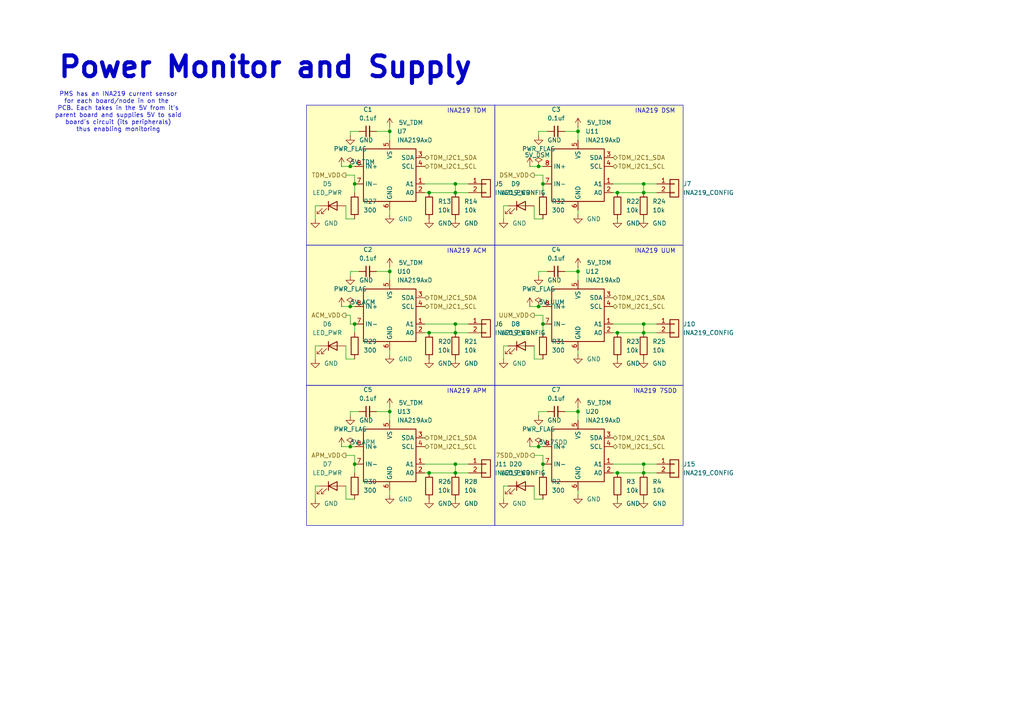
<source format=kicad_sch>
(kicad_sch (version 20250114) (generator "eeschema") (generator_version "9.0")
  (paper "A4")
  (title_block (date "2025-06") (rev "2"))
  (lib_symbols
    (symbol "Connector_Generic:Conn_01x02" (pin_names (offset 1.016) (hide yes))
      (property "Reference" "J" (at 0 2.54 0))
      (property "Value" "Conn_01x02" (at 0 -5.08 0))
      (symbol "Conn_01x02_1_1"
        (rectangle (start -1.27 1.27) (end 1.27 -3.81) (stroke (width 0.254)) (fill (type background)))
        (rectangle (start -1.27 0.127) (end 0 -0.127) (stroke (width 0.1524)))
        (rectangle (start -1.27 -2.413) (end 0 -2.667) (stroke (width 0.1524)))
        (pin passive line (at -5.08 0 0) (length 3.81) (name "Pin_1") (number "1"))
        (pin passive line (at -5.08 -2.54 0) (length 3.81) (name "Pin_2") (number "2"))
      )
    )
    (symbol "Device:C_Small" (pin_numbers (hide yes)) (pin_names (offset 0.254) (hide yes))
      (property "Reference" "C" (at 0.254 1.778 0))
      (property "Value" "C_Small" (at 0.254 -2.032 0))
      (symbol "C_Small_0_1"
        (polyline (pts (xy -1.524 0.508) (xy 1.524 0.508)) (stroke (width 0.3048)))
        (polyline (pts (xy -1.524 -0.508) (xy 1.524 -0.508)) (stroke (width 0.3302)))
      )
      (symbol "C_Small_1_1"
        (pin passive line (at 0 2.54 270) (length 2.032) (name "~") (number "1"))
        (pin passive line (at 0 -2.54 90) (length 2.032) (name "~") (number "2"))
      )
    )
    (symbol "Device:LED" (pin_numbers (hide yes)) (pin_names (offset 1.016) (hide yes))
      (property "Reference" "D" (at 0 2.54 0))
      (property "Value" "LED" (at 0 -2.54 0))
      (symbol "LED_0_1"
        (polyline (pts (xy -3.048 -0.762) (xy -4.572 -2.286) (xy -3.81 -2.286) (xy -4.572 -2.286) (xy -4.572 -1.524)))
        (polyline (pts (xy -1.778 -0.762) (xy -3.302 -2.286) (xy -2.54 -2.286) (xy -3.302 -2.286) (xy -3.302 -1.524)))
        (polyline (pts (xy -1.27 0) (xy 1.27 0)))
        (polyline (pts (xy -1.27 -1.27) (xy -1.27 1.27)) (stroke (width 0.254)))
        (polyline (pts (xy 1.27 -1.27) (xy 1.27 1.27) (xy -1.27 0) (xy 1.27 -1.27)) (stroke (width 0.254)))
      )
      (symbol "LED_1_1"
        (pin passive line (at -3.81 0 0) (length 2.54) (name "K") (number "1"))
        (pin passive line (at 3.81 0 180) (length 2.54) (name "A") (number "2"))
      )
    )
    (symbol "Device:R" (pin_numbers (hide yes)) (pin_names (offset 0))
      (property "Reference" "R" (at 2.032 0 90))
      (property "Value" "R" (at 0 0 90))
      (symbol "R_0_1"
        (rectangle (start -1.016 -2.54) (end 1.016 2.54) (stroke (width 0.254)))
      )
      (symbol "R_1_1"
        (pin passive line (at 0 3.81 270) (length 1.27) (name "~") (number "1"))
        (pin passive line (at 0 -3.81 90) (length 1.27) (name "~") (number "2"))
      )
    )
    (symbol "Sensor_Energy:INA219AxD"
      (property "Reference" "U" (at -6.35 8.89 0))
      (property "Value" "INA219AxD" (at 5.08 8.89 0))
      (symbol "INA219AxD_0_1"
        (rectangle (start -7.62 7.62) (end 7.62 -7.62) (stroke (width 0.254)) (fill (type background)))
      )
      (symbol "INA219AxD_1_1"
        (pin input line (at -10.16 2.54 0) (length 2.54) (name "IN+") (number "8"))
        (pin input line (at -10.16 -2.54 0) (length 2.54) (name "IN-") (number "7"))
        (pin power_in line (at 0 10.16 270) (length 2.54) (name "VS") (number "5"))
        (pin power_in line (at 0 -10.16 90) (length 2.54) (name "GND") (number "6"))
        (pin bidirectional line (at 10.16 5.08 180) (length 2.54) (name "SDA") (number "3"))
        (pin input line (at 10.16 2.54 180) (length 2.54) (name "SCL") (number "4"))
        (pin input line (at 10.16 -2.54 180) (length 2.54) (name "A1") (number "1"))
        (pin input line (at 10.16 -5.08 180) (length 2.54) (name "A0") (number "2"))
      )
    )
    (symbol "power:+5V" (power) (pin_numbers (hide yes)) (pin_names (offset 0) (hide yes))
      (property "Value" "+5V" (at 0 3.556 0))
      (symbol "+5V_0_1"
        (polyline (pts (xy -0.762 1.27) (xy 0 2.54)))
        (polyline (pts (xy 0 2.54) (xy 0.762 1.27)))
        (polyline (pts (xy 0 0) (xy 0 2.54)))
      )
      (symbol "+5V_1_1"
        (pin power_in line (at 0 0 90) (length 0) (name "~") (number "1"))
      )
    )
    (symbol "power:GND" (power) (pin_numbers (hide yes)) (pin_names (offset 0) (hide yes))
      (property "Value" "GND" (at 0 -3.81 0))
      (symbol "GND_0_1"
        (polyline (pts (xy 0 0) (xy 0 -1.27) (xy 1.27 -1.27) (xy 0 -2.54) (xy -1.27 -1.27) (xy 0 -1.27)))
      )
      (symbol "GND_1_1"
        (pin power_in line (at 0 0 270) (length 0) (name "~") (number "1"))
      )
    )
    (symbol "power:PWR_FLAG" (power) (pin_numbers (hide yes)) (pin_names (offset 0) (hide yes))
      (property "Value" "PWR_FLAG" (at 0 3.81 0))
      (symbol "PWR_FLAG_0_0"
        (pin power_out line (at 0 0 90) (length 0) (name "~") (number "1"))
      )
      (symbol "PWR_FLAG_0_1"
        (polyline (pts (xy 0 0) (xy 0 1.27) (xy -1.016 1.905) (xy 0 2.54) (xy 1.016 1.905) (xy 0 1.27)))
      )
    )
  )
  (rectangle (start 143.51 71.12) (end 198.12 111.76) (fill (type color) (color 255 255 194 1)))
  (rectangle (start 88.9 71.12) (end 143.51 111.76) (fill (type color) (color 255 255 194 1)))
  (rectangle (start 143.51 30.48) (end 198.12 71.12) (fill (type color) (color 255 255 194 1)))
  (rectangle (start 88.9 111.76) (end 143.51 152.4) (fill (type color) (color 255 255 194 1)))
  (rectangle (start 143.51 111.76) (end 198.12 152.4) (fill (type color) (color 255 255 194 1)))
  (rectangle (start 88.9 30.48) (end 143.51 71.12) (fill (type color) (color 255 255 194 1)))
  (text "PMS has an INA219 current sensor\nfor each board/node in on the \nPCB. Each takes in the 5V from it's\nparent board and supplies 5V to said\nboard's circuit (its peripherals)\nthus enabling monitoring" (at 34.29 32.512 0) (effects (font (size 1.27 1.27))))
  (text "INA219 ACM" (at 135.382 72.898 0) (effects (font (size 1.27 1.27))))
  (text "Power Monitor and Supply" (at 16.51 23.114 0) (effects (font (size 5.9944 5.9944) (thickness 1.1989) (bold yes)) (justify left bottom)))
  (text "INA219 UUM" (at 189.992 72.898 0) (effects (font (size 1.27 1.27))))
  (text "INA219 TDM" (at 135.382 32.258 0) (effects (font (size 1.27 1.27))))
  (text "INA219 APM" (at 135.382 113.538 0) (effects (font (size 1.27 1.27))))
  (text "INA219 DSM" (at 189.992 32.258 0) (effects (font (size 1.27 1.27))))
  (text "INA219 7SDD" (at 189.992 113.538 0) (effects (font (size 1.27 1.27))))
  (junction (at 186.69 93.98))
  (junction (at 167.64 119.38))
  (junction (at 132.08 93.98))
  (junction (at 157.48 53.34))
  (junction (at 157.48 93.98))
  (junction (at 186.69 53.34))
  (junction (at 113.03 119.38))
  (junction (at 124.46 96.52))
  (junction (at 124.46 137.16))
  (junction (at 101.6 129.54))
  (junction (at 156.21 88.9))
  (junction (at 132.08 96.52))
  (junction (at 124.46 55.88))
  (junction (at 186.69 137.16))
  (junction (at 167.64 38.1))
  (junction (at 167.64 78.74))
  (junction (at 156.21 48.26))
  (junction (at 132.08 55.88))
  (junction (at 179.07 96.52))
  (junction (at 157.48 134.62))
  (junction (at 186.69 96.52))
  (junction (at 179.07 137.16))
  (junction (at 132.08 137.16))
  (junction (at 113.03 78.74))
  (junction (at 186.69 55.88))
  (junction (at 102.87 53.34))
  (junction (at 102.87 134.62))
  (junction (at 186.69 134.62))
  (junction (at 179.07 55.88))
  (junction (at 101.6 88.9))
  (junction (at 101.6 48.26))
  (junction (at 132.08 134.62))
  (junction (at 102.87 93.98))
  (junction (at 113.03 38.1))
  (junction (at 156.21 129.54))
  (junction (at 132.08 53.34))
  (wire (pts (xy 186.69 134.62) (xy 186.69 137.16)))
  (wire (pts (xy 167.64 38.1) (xy 167.64 40.64)))
  (wire (pts (xy 132.08 53.34) (xy 132.08 55.88)))
  (wire (pts (xy 186.69 93.98) (xy 190.5 93.98)))
  (wire (pts (xy 132.08 93.98) (xy 132.08 96.52)))
  (wire (pts (xy 156.21 80.01) (xy 156.21 78.74)))
  (wire (pts (xy 102.87 96.52) (xy 102.87 93.98)))
  (wire (pts (xy 153.67 48.26) (xy 156.21 48.26)))
  (wire (pts (xy 157.48 132.08) (xy 157.48 134.62)))
  (wire (pts (xy 163.83 78.74) (xy 167.64 78.74)))
  (wire (pts (xy 177.8 55.88) (xy 179.07 55.88)))
  (wire (pts (xy 102.87 132.08) (xy 102.87 134.62)))
  (wire (pts (xy 154.94 59.69) (xy 154.94 63.5)))
  (wire (pts (xy 100.33 144.78) (xy 102.87 144.78)))
  (wire (pts (xy 146.05 144.78) (xy 146.05 140.97)))
  (wire (pts (xy 167.64 101.6) (xy 167.64 102.87)))
  (wire (pts (xy 132.08 134.62) (xy 132.08 137.16)))
  (wire (pts (xy 167.64 77.47) (xy 167.64 78.74)))
  (wire (pts (xy 156.21 129.54) (xy 157.48 129.54)))
  (wire (pts (xy 167.64 142.24) (xy 167.64 143.51)))
  (wire (pts (xy 146.05 59.69) (xy 147.32 59.69)))
  (wire (pts (xy 132.08 55.88) (xy 135.89 55.88)))
  (wire (pts (xy 91.44 104.14) (xy 91.44 100.33)))
  (wire (pts (xy 99.06 48.26) (xy 101.6 48.26)))
  (wire (pts (xy 132.08 96.52) (xy 135.89 96.52)))
  (wire (pts (xy 101.6 129.54) (xy 102.87 129.54)))
  (wire (pts (xy 101.6 39.37) (xy 101.6 38.1)))
  (wire (pts (xy 167.64 60.96) (xy 167.64 62.23)))
  (wire (pts (xy 113.03 38.1) (xy 113.03 40.64)))
  (wire (pts (xy 123.19 134.62) (xy 132.08 134.62)))
  (wire (pts (xy 123.19 137.16) (xy 124.46 137.16)))
  (wire (pts (xy 179.07 96.52) (xy 186.69 96.52)))
  (wire (pts (xy 146.05 63.5) (xy 146.05 59.69)))
  (wire (pts (xy 157.48 91.44) (xy 157.48 93.98)))
  (wire (pts (xy 100.33 63.5) (xy 102.87 63.5)))
  (wire (pts (xy 154.94 63.5) (xy 157.48 63.5)))
  (wire (pts (xy 123.19 93.98) (xy 132.08 93.98)))
  (wire (pts (xy 132.08 134.62) (xy 135.89 134.62)))
  (wire (pts (xy 154.94 50.8) (xy 157.48 50.8)))
  (wire (pts (xy 99.06 88.9) (xy 101.6 88.9)))
  (wire (pts (xy 167.64 118.11) (xy 167.64 119.38)))
  (wire (pts (xy 177.8 137.16) (xy 179.07 137.16)))
  (wire (pts (xy 113.03 101.6) (xy 113.03 102.87)))
  (wire (pts (xy 123.19 96.52) (xy 124.46 96.52)))
  (wire (pts (xy 100.33 140.97) (xy 100.33 144.78)))
  (wire (pts (xy 186.69 53.34) (xy 186.69 55.88)))
  (wire (pts (xy 163.83 119.38) (xy 167.64 119.38)))
  (wire (pts (xy 154.94 104.14) (xy 157.48 104.14)))
  (wire (pts (xy 102.87 55.88) (xy 102.87 53.34)))
  (wire (pts (xy 102.87 137.16) (xy 102.87 134.62)))
  (wire (pts (xy 101.6 48.26) (xy 102.87 48.26)))
  (wire (pts (xy 91.44 100.33) (xy 92.71 100.33)))
  (wire (pts (xy 101.6 80.01) (xy 101.6 78.74)))
  (wire (pts (xy 177.8 53.34) (xy 186.69 53.34)))
  (wire (pts (xy 100.33 104.14) (xy 102.87 104.14)))
  (wire (pts (xy 154.94 132.08) (xy 157.48 132.08)))
  (wire (pts (xy 99.06 129.54) (xy 101.6 129.54)))
  (wire (pts (xy 156.21 39.37) (xy 156.21 38.1)))
  (wire (pts (xy 146.05 104.14) (xy 146.05 100.33)))
  (wire (pts (xy 154.94 140.97) (xy 154.94 144.78)))
  (wire (pts (xy 154.94 91.44) (xy 157.48 91.44)))
  (wire (pts (xy 113.03 142.24) (xy 113.03 143.51)))
  (wire (pts (xy 100.33 50.8) (xy 102.87 50.8)))
  (wire (pts (xy 113.03 118.11) (xy 113.03 119.38)))
  (wire (pts (xy 177.8 93.98) (xy 186.69 93.98)))
  (wire (pts (xy 157.48 55.88) (xy 157.48 53.34)))
  (wire (pts (xy 157.48 96.52) (xy 157.48 93.98)))
  (wire (pts (xy 109.22 38.1) (xy 113.03 38.1)))
  (wire (pts (xy 154.94 100.33) (xy 154.94 104.14)))
  (wire (pts (xy 167.64 119.38) (xy 167.64 121.92)))
  (wire (pts (xy 177.8 96.52) (xy 179.07 96.52)))
  (wire (pts (xy 156.21 78.74) (xy 158.75 78.74)))
  (wire (pts (xy 113.03 36.83) (xy 113.03 38.1)))
  (wire (pts (xy 124.46 137.16) (xy 132.08 137.16)))
  (wire (pts (xy 101.6 119.38) (xy 104.14 119.38)))
  (wire (pts (xy 101.6 88.9) (xy 102.87 88.9)))
  (wire (pts (xy 100.33 91.44) (xy 101.6 91.44)))
  (wire (pts (xy 156.21 48.26) (xy 157.48 48.26)))
  (wire (pts (xy 100.33 100.33) (xy 100.33 104.14)))
  (wire (pts (xy 102.87 132.08) (xy 100.33 132.08)))
  (wire (pts (xy 186.69 53.34) (xy 190.5 53.34)))
  (wire (pts (xy 102.87 50.8) (xy 102.87 53.34)))
  (wire (pts (xy 156.21 38.1) (xy 158.75 38.1)))
  (wire (pts (xy 186.69 93.98) (xy 186.69 96.52)))
  (wire (pts (xy 177.8 134.62) (xy 186.69 134.62)))
  (wire (pts (xy 113.03 119.38) (xy 113.03 121.92)))
  (wire (pts (xy 124.46 96.52) (xy 132.08 96.52)))
  (wire (pts (xy 124.46 55.88) (xy 132.08 55.88)))
  (wire (pts (xy 146.05 100.33) (xy 147.32 100.33)))
  (wire (pts (xy 101.6 91.44) (xy 101.6 93.98)))
  (wire (pts (xy 91.44 140.97) (xy 92.71 140.97)))
  (wire (pts (xy 153.67 129.54) (xy 156.21 129.54)))
  (wire (pts (xy 101.6 93.98) (xy 102.87 93.98)))
  (wire (pts (xy 179.07 137.16) (xy 186.69 137.16)))
  (wire (pts (xy 186.69 134.62) (xy 190.5 134.62)))
  (wire (pts (xy 153.67 88.9) (xy 156.21 88.9)))
  (wire (pts (xy 91.44 59.69) (xy 92.71 59.69)))
  (wire (pts (xy 101.6 120.65) (xy 101.6 119.38)))
  (wire (pts (xy 113.03 60.96) (xy 113.03 62.23)))
  (wire (pts (xy 101.6 78.74) (xy 104.14 78.74)))
  (wire (pts (xy 132.08 137.16) (xy 135.89 137.16)))
  (wire (pts (xy 163.83 38.1) (xy 167.64 38.1)))
  (wire (pts (xy 186.69 55.88) (xy 190.5 55.88)))
  (wire (pts (xy 156.21 88.9) (xy 157.48 88.9)))
  (wire (pts (xy 186.69 96.52) (xy 190.5 96.52)))
  (wire (pts (xy 179.07 55.88) (xy 186.69 55.88)))
  (wire (pts (xy 132.08 53.34) (xy 135.89 53.34)))
  (wire (pts (xy 91.44 63.5) (xy 91.44 59.69)))
  (wire (pts (xy 101.6 38.1) (xy 104.14 38.1)))
  (wire (pts (xy 91.44 144.78) (xy 91.44 140.97)))
  (wire (pts (xy 167.64 78.74) (xy 167.64 81.28)))
  (wire (pts (xy 156.21 119.38) (xy 158.75 119.38)))
  (wire (pts (xy 186.69 137.16) (xy 190.5 137.16)))
  (wire (pts (xy 132.08 93.98) (xy 135.89 93.98)))
  (wire (pts (xy 109.22 78.74) (xy 113.03 78.74)))
  (wire (pts (xy 123.19 55.88) (xy 124.46 55.88)))
  (wire (pts (xy 109.22 119.38) (xy 113.03 119.38)))
  (wire (pts (xy 146.05 140.97) (xy 147.32 140.97)))
  (wire (pts (xy 156.21 120.65) (xy 156.21 119.38)))
  (wire (pts (xy 167.64 36.83) (xy 167.64 38.1)))
  (wire (pts (xy 154.94 144.78) (xy 157.48 144.78)))
  (wire (pts (xy 123.19 53.34) (xy 132.08 53.34)))
  (wire (pts (xy 113.03 78.74) (xy 113.03 81.28)))
  (wire (pts (xy 157.48 50.8) (xy 157.48 53.34)))
  (wire (pts (xy 157.48 137.16) (xy 157.48 134.62)))
  (wire (pts (xy 113.03 77.47) (xy 113.03 78.74)))
  (wire (pts (xy 100.33 59.69) (xy 100.33 63.5)))
  (hierarchical_label "TDM_I2C1_SCL" (shape bidirectional) (at 177.8 88.9 0))
  (hierarchical_label "TDM_I2C1_SDA" (shape bidirectional) (at 177.8 86.36 0))
  (hierarchical_label "TDM_I2C1_SCL" (shape bidirectional) (at 123.19 129.54 0))
  (hierarchical_label "DSM_VDD" (shape output) (at 154.94 50.8 180))
  (hierarchical_label "TDM_I2C1_SCL" (shape bidirectional) (at 177.8 48.26 0))
  (hierarchical_label "UUM_VDD" (shape output) (at 154.94 91.44 180))
  (hierarchical_label "TDM_I2C1_SDA" (shape bidirectional) (at 123.19 86.36 0))
  (hierarchical_label "TDM_I2C1_SCL" (shape bidirectional) (at 123.19 88.9 0))
  (hierarchical_label "TDM_I2C1_SDA" (shape bidirectional) (at 177.8 127 0))
  (hierarchical_label "TDM_VDD" (shape output) (at 100.33 50.8 180))
  (hierarchical_label "TDM_I2C1_SDA" (shape bidirectional) (at 123.19 45.72 0))
  (hierarchical_label "7SDD_VDD" (shape output) (at 154.94 132.08 180))
  (hierarchical_label "APM_VDD" (shape output) (at 100.33 132.08 180))
  (hierarchical_label "ACM_VDD" (shape output) (at 100.33 91.44 180))
  (hierarchical_label "TDM_I2C1_SCL" (shape bidirectional) (at 177.8 129.54 0))
  (hierarchical_label "TDM_I2C1_SCL" (shape bidirectional) (at 123.19 48.26 0))
  (hierarchical_label "TDM_I2C1_SDA" (shape bidirectional) (at 123.19 127 0))
  (hierarchical_label "TDM_I2C1_SDA" (shape bidirectional) (at 177.8 45.72 0))
  (symbol (lib_id "Device:LED") (at 151.13 140.97 0) (unit 1)
    (property "Reference" "D20" (at 149.5425 134.62 0))
    (property "Value" "LED_PWR" (at 149.5425 137.16 0))
    (property "Footprint" "LED_SMD:LED_0603_1608Metric" (effects (hide yes)))
    (property "Description" "Light emitting diode" (effects (hide yes)))
    (property "Sim.Pins" "1=K 2=A" (effects (hide yes)))
  )
  (symbol (lib_id "Connector_Generic:Conn_01x02") (at 195.58 134.62 0) (unit 1)
    (property "Reference" "J15" (at 198.12 134.6199 0) (effects (justify left)))
    (property "Value" "INA219_CONFIG" (at 198.12 137.1599 0) (effects (justify left)))
    (property "Footprint" "Connector_PinHeader_1.00mm:PinHeader_1x02_P1.00mm_Horizontal" (effects (hide yes)))
    (property "Description" "Generic connector, single row, 01x02, script generated (kicad-library-utils/schlib/autogen/connector/)" (effects (hide yes)))
  )
  (symbol (lib_id "Sensor_Energy:INA219AxD") (at 113.03 91.44 0) (unit 1)
    (property "Reference" "U10" (at 115.1733 78.74 0) (effects (justify left)))
    (property "Value" "INA219AxD" (at 115.1733 81.28 0) (effects (justify left)))
    (property "Footprint" "Package_SO:SOIC-8_3.9x4.9mm_P1.27mm" (effects (hide yes)))
    (property "Datasheet" "http://www.ti.com/lit/ds/symlink/ina219.pdf" (effects (hide yes)))
    (property "Description" "Zero-Drift, Bidirectional Current/Power Monitor (0-26V) With I2C Interface, SOIC-8" (effects (hide yes)))
  )
  (symbol (lib_id "power:GND") (at 91.44 63.5 0) (unit 1)
    (property "Reference" "#PWR074" (effects (hide yes)))
    (property "Value" "GND" (at 93.98 64.7699 0) (effects (justify left)))
    (property "Description" "Power symbol creates a global label with name \"GND\" , ground" (effects (hide yes)))
  )
  (symbol (lib_id "power:GND") (at 132.08 144.78 0) (unit 1)
    (property "Reference" "#PWR078" (effects (hide yes)))
    (property "Value" "GND" (at 134.62 146.0499 0) (effects (justify left)))
    (property "Description" "Power symbol creates a global label with name \"GND\" , ground" (effects (hide yes)))
  )
  (symbol (lib_id "Device:LED") (at 96.52 140.97 0) (unit 1)
    (property "Reference" "D7" (at 94.9325 134.62 0))
    (property "Value" "LED_PWR" (at 94.9325 137.16 0))
    (property "Footprint" "LED_SMD:LED_0603_1608Metric" (effects (hide yes)))
    (property "Description" "Light emitting diode" (effects (hide yes)))
    (property "Sim.Pins" "1=K 2=A" (effects (hide yes)))
  )
  (symbol (lib_id "Connector_Generic:Conn_01x02") (at 140.97 53.34 0) (unit 1)
    (property "Reference" "J5" (at 143.51 53.3399 0) (effects (justify left)))
    (property "Value" "INA219_CONFIG" (at 143.51 55.8799 0) (effects (justify left)))
    (property "Footprint" "Connector_PinHeader_1.00mm:PinHeader_1x02_P1.00mm_Horizontal" (effects (hide yes)))
    (property "Description" "Generic connector, single row, 01x02, script generated (kicad-library-utils/schlib/autogen/connector/)" (effects (hide yes)))
  )
  (symbol (lib_id "power:GND") (at 146.05 63.5 0) (unit 1)
    (property "Reference" "#PWR080" (effects (hide yes)))
    (property "Value" "GND" (at 148.59 64.7699 0) (effects (justify left)))
    (property "Description" "Power symbol creates a global label with name \"GND\" , ground" (effects (hide yes)))
  )
  (symbol (lib_id "Device:R") (at 179.07 140.97 180) (unit 1)
    (property "Reference" "R3" (at 181.61 139.6999 0) (effects (justify right)))
    (property "Value" "10k" (at 181.61 142.2399 0) (effects (justify right)))
    (property "Footprint" "Resistor_SMD:R_0805_2012Metric_Pad1.20x1.40mm_HandSolder" (effects (hide yes)))
    (property "Description" "Resistor" (effects (hide yes)))
    (property "DigiKey_Part_Number" "311-10.0KCRCT-ND" (effects (hide yes)))
    (property "Price" "0.0129" (effects (hide yes)))
  )
  (symbol (lib_id "power:+5V") (at 99.06 88.9 0) (unit 1)
    (property "Reference" "#PWR040" (effects (hide yes)))
    (property "Value" "5V_ACM" (at 101.6 87.6299 0) (effects (justify left)))
    (property "Description" "Power symbol creates a global label with name \"+5V\"" (effects (hide yes)))
  )
  (symbol (lib_id "Device:R") (at 157.48 140.97 180) (unit 1)
    (property "Reference" "R2" (at 160.02 139.6999 0) (effects (justify right)))
    (property "Value" "300" (at 160.02 142.2399 0) (effects (justify right)))
    (property "Footprint" "Resistor_SMD:R_0805_2012Metric_Pad1.20x1.40mm_HandSolder" (effects (hide yes)))
    (property "Description" "Resistor" (effects (hide yes)))
    (property "DigiKey_Part_Number" "311-10.0KCRCT-ND" (effects (hide yes)))
    (property "Price" "0.0129" (effects (hide yes)))
  )
  (symbol (lib_id "Device:R") (at 186.69 100.33 180) (unit 1)
    (property "Reference" "R25" (at 189.23 99.0599 0) (effects (justify right)))
    (property "Value" "10k" (at 189.23 101.5999 0) (effects (justify right)))
    (property "Footprint" "Resistor_SMD:R_0805_2012Metric_Pad1.20x1.40mm_HandSolder" (effects (hide yes)))
    (property "Description" "Resistor" (effects (hide yes)))
    (property "DigiKey_Part_Number" "311-10.0KCRCT-ND" (effects (hide yes)))
    (property "Price" "0.0129" (effects (hide yes)))
  )
  (symbol (lib_id "power:+5V") (at 113.03 77.47 0) (unit 1)
    (property "Reference" "#PWR048" (effects (hide yes)))
    (property "Value" "5V_TDM" (at 115.57 76.1999 0) (effects (justify left)))
    (property "Description" "Power symbol creates a global label with name \"+5V\"" (effects (hide yes)))
  )
  (symbol (lib_id "Device:LED") (at 151.13 100.33 0) (unit 1)
    (property "Reference" "D8" (at 149.5425 93.98 0))
    (property "Value" "LED_PWR" (at 149.5425 96.52 0))
    (property "Footprint" "LED_SMD:LED_0603_1608Metric" (effects (hide yes)))
    (property "Description" "Light emitting diode" (effects (hide yes)))
    (property "Sim.Pins" "1=K 2=A" (effects (hide yes)))
  )
  (symbol (lib_id "Device:LED") (at 96.52 100.33 0) (unit 1)
    (property "Reference" "D6" (at 94.9325 93.98 0))
    (property "Value" "LED_PWR" (at 94.9325 96.52 0))
    (property "Footprint" "LED_SMD:LED_0603_1608Metric" (effects (hide yes)))
    (property "Description" "Light emitting diode" (effects (hide yes)))
    (property "Sim.Pins" "1=K 2=A" (effects (hide yes)))
  )
  (symbol (lib_id "power:PWR_FLAG") (at 156.21 48.26 0) (unit 1)
    (property "Reference" "#FLG011" (effects (hide yes)))
    (property "Value" "PWR_FLAG" (at 156.21 43.18 0))
    (property "Description" "Special symbol for telling ERC where power comes from" (effects (hide yes)))
  )
  (symbol (lib_id "Sensor_Energy:INA219AxD") (at 167.64 91.44 0) (unit 1)
    (property "Reference" "U12" (at 169.7833 78.74 0) (effects (justify left)))
    (property "Value" "INA219AxD" (at 169.7833 81.28 0) (effects (justify left)))
    (property "Footprint" "Package_SO:SOIC-8_3.9x4.9mm_P1.27mm" (effects (hide yes)))
    (property "Datasheet" "http://www.ti.com/lit/ds/symlink/ina219.pdf" (effects (hide yes)))
    (property "Description" "Zero-Drift, Bidirectional Current/Power Monitor (0-26V) With I2C Interface, SOIC-8" (effects (hide yes)))
  )
  (symbol (lib_id "power:+5V") (at 167.64 36.83 0) (unit 1)
    (property "Reference" "#PWR052" (effects (hide yes)))
    (property "Value" "5V_TDM" (at 170.18 35.5599 0) (effects (justify left)))
    (property "Description" "Power symbol creates a global label with name \"+5V\"" (effects (hide yes)))
  )
  (symbol (lib_id "Device:C_Small") (at 161.29 38.1 90) (unit 1)
    (property "Reference" "C3" (at 161.2963 31.75 90))
    (property "Value" "0.1uf" (at 161.2963 34.29 90))
    (property "Footprint" "Capacitor_SMD:C_0805_2012Metric" (effects (hide yes)))
    (property "Description" "Unpolarized capacitor, small symbol" (effects (hide yes)))
  )
  (symbol (lib_id "Sensor_Energy:INA219AxD") (at 167.64 132.08 0) (unit 1)
    (property "Reference" "U20" (at 169.7833 119.38 0) (effects (justify left)))
    (property "Value" "INA219AxD" (at 169.7833 121.92 0) (effects (justify left)))
    (property "Footprint" "Package_SO:SOIC-8_3.9x4.9mm_P1.27mm" (effects (hide yes)))
    (property "Datasheet" "http://www.ti.com/lit/ds/symlink/ina219.pdf" (effects (hide yes)))
    (property "Description" "Zero-Drift, Bidirectional Current/Power Monitor (0-26V) With I2C Interface, SOIC-8" (effects (hide yes)))
  )
  (symbol (lib_id "Connector_Generic:Conn_01x02") (at 140.97 134.62 0) (unit 1)
    (property "Reference" "J11" (at 143.51 134.6199 0) (effects (justify left)))
    (property "Value" "INA219_CONFIG" (at 143.51 137.1599 0) (effects (justify left)))
    (property "Footprint" "Connector_PinHeader_1.00mm:PinHeader_1x02_P1.00mm_Horizontal" (effects (hide yes)))
    (property "Description" "Generic connector, single row, 01x02, script generated (kicad-library-utils/schlib/autogen/connector/)" (effects (hide yes)))
  )
  (symbol (lib_id "power:+5V") (at 153.67 129.54 0) (unit 1)
    (property "Reference" "#PWR016" (effects (hide yes)))
    (property "Value" "5V_7SDD" (at 156.21 128.2699 0) (effects (justify left)))
    (property "Description" "Power symbol creates a global label with name \"+5V\"" (effects (hide yes)))
  )
  (symbol (lib_id "power:GND") (at 132.08 63.5 0) (unit 1)
    (property "Reference" "#PWR057" (effects (hide yes)))
    (property "Value" "GND" (at 134.62 64.7699 0) (effects (justify left)))
    (property "Description" "Power symbol creates a global label with name \"GND\" , ground" (effects (hide yes)))
  )
  (symbol (lib_id "power:GND") (at 156.21 120.65 0) (unit 1)
    (property "Reference" "#PWR017" (effects (hide yes)))
    (property "Value" "GND" (at 158.75 121.9199 0) (effects (justify left)))
    (property "Description" "Power symbol creates a global label with name \"GND\" , ground" (effects (hide yes)))
  )
  (symbol (lib_id "Sensor_Energy:INA219AxD") (at 167.64 50.8 0) (unit 1)
    (property "Reference" "U11" (at 169.7833 38.1 0) (effects (justify left)))
    (property "Value" "INA219AxD" (at 169.7833 40.64 0) (effects (justify left)))
    (property "Footprint" "Package_SO:SOIC-8_3.9x4.9mm_P1.27mm" (effects (hide yes)))
    (property "Datasheet" "http://www.ti.com/lit/ds/symlink/ina219.pdf" (effects (hide yes)))
    (property "Description" "Zero-Drift, Bidirectional Current/Power Monitor (0-26V) With I2C Interface, SOIC-8" (effects (hide yes)))
  )
  (symbol (lib_id "power:GND") (at 132.08 104.14 0) (unit 1)
    (property "Reference" "#PWR061" (effects (hide yes)))
    (property "Value" "GND" (at 134.62 105.4099 0) (effects (justify left)))
    (property "Description" "Power symbol creates a global label with name \"GND\" , ground" (effects (hide yes)))
  )
  (symbol (lib_id "power:PWR_FLAG") (at 101.6 48.26 0) (unit 1)
    (property "Reference" "#FLG010" (effects (hide yes)))
    (property "Value" "PWR_FLAG" (at 101.6 43.18 0))
    (property "Description" "Special symbol for telling ERC where power comes from" (effects (hide yes)))
  )
  (symbol (lib_id "Connector_Generic:Conn_01x02") (at 195.58 53.34 0) (unit 1)
    (property "Reference" "J7" (at 198.12 53.3399 0) (effects (justify left)))
    (property "Value" "INA219_CONFIG" (at 198.12 55.8799 0) (effects (justify left)))
    (property "Footprint" "Connector_PinHeader_1.00mm:PinHeader_1x02_P1.00mm_Horizontal" (effects (hide yes)))
    (property "Description" "Generic connector, single row, 01x02, script generated (kicad-library-utils/schlib/autogen/connector/)" (effects (hide yes)))
  )
  (symbol (lib_id "power:GND") (at 179.07 144.78 0) (unit 1)
    (property "Reference" "#PWR020" (effects (hide yes)))
    (property "Value" "GND" (at 181.61 146.0499 0) (effects (justify left)))
    (property "Description" "Power symbol creates a global label with name \"GND\" , ground" (effects (hide yes)))
  )
  (symbol (lib_id "Device:R") (at 157.48 100.33 180) (unit 1)
    (property "Reference" "R31" (at 160.02 99.0599 0) (effects (justify right)))
    (property "Value" "300" (at 160.02 101.5999 0) (effects (justify right)))
    (property "Footprint" "Resistor_SMD:R_0805_2012Metric_Pad1.20x1.40mm_HandSolder" (effects (hide yes)))
    (property "Description" "Resistor" (effects (hide yes)))
    (property "DigiKey_Part_Number" "311-10.0KCRCT-ND" (effects (hide yes)))
    (property "Price" "0.0129" (effects (hide yes)))
  )
  (symbol (lib_id "power:GND") (at 124.46 144.78 0) (unit 1)
    (property "Reference" "#PWR076" (effects (hide yes)))
    (property "Value" "GND" (at 127 146.0499 0) (effects (justify left)))
    (property "Description" "Power symbol creates a global label with name \"GND\" , ground" (effects (hide yes)))
  )
  (symbol (lib_id "Device:R") (at 157.48 59.69 180) (unit 1)
    (property "Reference" "R32" (at 160.02 58.4199 0) (effects (justify right)))
    (property "Value" "300" (at 160.02 60.9599 0) (effects (justify right)))
    (property "Footprint" "Resistor_SMD:R_0805_2012Metric_Pad1.20x1.40mm_HandSolder" (effects (hide yes)))
    (property "Description" "Resistor" (effects (hide yes)))
    (property "DigiKey_Part_Number" "311-10.0KCRCT-ND" (effects (hide yes)))
    (property "Price" "0.0129" (effects (hide yes)))
  )
  (symbol (lib_id "power:GND") (at 167.64 62.23 0) (unit 1)
    (property "Reference" "#PWR053" (effects (hide yes)))
    (property "Value" "GND" (at 170.18 63.4999 0) (effects (justify left)))
    (property "Description" "Power symbol creates a global label with name \"GND\" , ground" (effects (hide yes)))
  )
  (symbol (lib_id "Device:R") (at 132.08 140.97 180) (unit 1)
    (property "Reference" "R28" (at 134.62 139.6999 0) (effects (justify right)))
    (property "Value" "10k" (at 134.62 142.2399 0) (effects (justify right)))
    (property "Footprint" "Resistor_SMD:R_0805_2012Metric_Pad1.20x1.40mm_HandSolder" (effects (hide yes)))
    (property "Description" "Resistor" (effects (hide yes)))
    (property "DigiKey_Part_Number" "311-10.0KCRCT-ND" (effects (hide yes)))
    (property "Price" "0.0129" (effects (hide yes)))
  )
  (symbol (lib_id "power:GND") (at 156.21 80.01 0) (unit 1)
    (property "Reference" "#PWR063" (effects (hide yes)))
    (property "Value" "GND" (at 158.75 81.2799 0) (effects (justify left)))
    (property "Description" "Power symbol creates a global label with name \"GND\" , ground" (effects (hide yes)))
  )
  (symbol (lib_id "power:PWR_FLAG") (at 101.6 129.54 0) (unit 1)
    (property "Reference" "#FLG012" (effects (hide yes)))
    (property "Value" "PWR_FLAG" (at 101.6 124.46 0))
    (property "Description" "Special symbol for telling ERC where power comes from" (effects (hide yes)))
  )
  (symbol (lib_id "power:GND") (at 91.44 144.78 0) (unit 1)
    (property "Reference" "#PWR077" (effects (hide yes)))
    (property "Value" "GND" (at 93.98 146.0499 0) (effects (justify left)))
    (property "Description" "Power symbol creates a global label with name \"GND\" , ground" (effects (hide yes)))
  )
  (symbol (lib_id "Device:R") (at 102.87 100.33 180) (unit 1)
    (property "Reference" "R29" (at 105.41 99.0599 0) (effects (justify right)))
    (property "Value" "300" (at 105.41 101.5999 0) (effects (justify right)))
    (property "Footprint" "Resistor_SMD:R_0805_2012Metric_Pad1.20x1.40mm_HandSolder" (effects (hide yes)))
    (property "Description" "Resistor" (effects (hide yes)))
    (property "DigiKey_Part_Number" "311-10.0KCRCT-ND" (effects (hide yes)))
    (property "Price" "0.0129" (effects (hide yes)))
  )
  (symbol (lib_id "power:GND") (at 146.05 104.14 0) (unit 1)
    (property "Reference" "#PWR079" (effects (hide yes)))
    (property "Value" "GND" (at 148.59 105.4099 0) (effects (justify left)))
    (property "Description" "Power symbol creates a global label with name \"GND\" , ground" (effects (hide yes)))
  )
  (symbol (lib_id "Device:C_Small") (at 106.68 38.1 90) (unit 1)
    (property "Reference" "C1" (at 106.6863 31.75 90))
    (property "Value" "0.1uf" (at 106.6863 34.29 90))
    (property "Footprint" "Capacitor_SMD:C_0805_2012Metric" (effects (hide yes)))
    (property "Description" "Unpolarized capacitor, small symbol" (effects (hide yes)))
  )
  (symbol (lib_id "Device:C_Small") (at 161.29 78.74 90) (unit 1)
    (property "Reference" "C4" (at 161.2963 72.39 90))
    (property "Value" "0.1uf" (at 161.2963 74.93 90))
    (property "Footprint" "Capacitor_SMD:C_0805_2012Metric" (effects (hide yes)))
    (property "Description" "Unpolarized capacitor, small symbol" (effects (hide yes)))
  )
  (symbol (lib_id "power:PWR_FLAG") (at 156.21 129.54 0) (unit 1)
    (property "Reference" "#FLG015" (effects (hide yes)))
    (property "Value" "PWR_FLAG" (at 156.21 124.46 0))
    (property "Description" "Special symbol for telling ERC where power comes from" (effects (hide yes)))
  )
  (symbol (lib_id "power:GND") (at 113.03 102.87 0) (unit 1)
    (property "Reference" "#PWR049" (effects (hide yes)))
    (property "Value" "GND" (at 115.57 104.1399 0) (effects (justify left)))
    (property "Description" "Power symbol creates a global label with name \"GND\" , ground" (effects (hide yes)))
  )
  (symbol (lib_id "Connector_Generic:Conn_01x02") (at 195.58 93.98 0) (unit 1)
    (property "Reference" "J10" (at 198.12 93.9799 0) (effects (justify left)))
    (property "Value" "INA219_CONFIG" (at 198.12 96.5199 0) (effects (justify left)))
    (property "Footprint" "Connector_PinHeader_1.00mm:PinHeader_1x02_P1.00mm_Horizontal" (effects (hide yes)))
    (property "Description" "Generic connector, single row, 01x02, script generated (kicad-library-utils/schlib/autogen/connector/)" (effects (hide yes)))
  )
  (symbol (lib_id "power:GND") (at 113.03 62.23 0) (unit 1)
    (property "Reference" "#PWR034" (effects (hide yes)))
    (property "Value" "GND" (at 115.57 63.4999 0) (effects (justify left)))
    (property "Description" "Power symbol creates a global label with name \"GND\" , ground" (effects (hide yes)))
  )
  (symbol (lib_id "power:GND") (at 179.07 63.5 0) (unit 1)
    (property "Reference" "#PWR064" (effects (hide yes)))
    (property "Value" "GND" (at 181.61 64.7699 0) (effects (justify left)))
    (property "Description" "Power symbol creates a global label with name \"GND\" , ground" (effects (hide yes)))
  )
  (symbol (lib_id "power:GND") (at 186.69 63.5 0) (unit 1)
    (property "Reference" "#PWR066" (effects (hide yes)))
    (property "Value" "GND" (at 189.23 64.7699 0) (effects (justify left)))
    (property "Description" "Power symbol creates a global label with name \"GND\" , ground" (effects (hide yes)))
  )
  (symbol (lib_id "Device:R") (at 186.69 59.69 180) (unit 1)
    (property "Reference" "R24" (at 189.23 58.4199 0) (effects (justify right)))
    (property "Value" "10k" (at 189.23 60.9599 0) (effects (justify right)))
    (property "Footprint" "Resistor_SMD:R_0805_2012Metric_Pad1.20x1.40mm_HandSolder" (effects (hide yes)))
    (property "Description" "Resistor" (effects (hide yes)))
    (property "DigiKey_Part_Number" "311-10.0KCRCT-ND" (effects (hide yes)))
    (property "Price" "0.0129" (effects (hide yes)))
  )
  (symbol (lib_id "power:+5V") (at 99.06 48.26 0) (unit 1)
    (property "Reference" "#PWR035" (effects (hide yes)))
    (property "Value" "5V_TDM" (at 101.6 46.9899 0) (effects (justify left)))
    (property "Description" "Power symbol creates a global label with name \"+5V\"" (effects (hide yes)))
  )
  (symbol (lib_id "power:GND") (at 186.69 144.78 0) (unit 1)
    (property "Reference" "#PWR021" (effects (hide yes)))
    (property "Value" "GND" (at 189.23 146.0499 0) (effects (justify left)))
    (property "Description" "Power symbol creates a global label with name \"GND\" , ground" (effects (hide yes)))
  )
  (symbol (lib_id "Device:R") (at 124.46 59.69 180) (unit 1)
    (property "Reference" "R13" (at 127 58.4199 0) (effects (justify right)))
    (property "Value" "10k" (at 127 60.9599 0) (effects (justify right)))
    (property "Footprint" "Resistor_SMD:R_0805_2012Metric_Pad1.20x1.40mm_HandSolder" (effects (hide yes)))
    (property "Description" "Resistor" (effects (hide yes)))
    (property "DigiKey_Part_Number" "311-10.0KCRCT-ND" (effects (hide yes)))
    (property "Price" "0.0129" (effects (hide yes)))
  )
  (symbol (lib_id "Device:C_Small") (at 106.68 119.38 90) (unit 1)
    (property "Reference" "C5" (at 106.6863 113.03 90))
    (property "Value" "0.1uf" (at 106.6863 115.57 90))
    (property "Footprint" "Capacitor_SMD:C_0805_2012Metric" (effects (hide yes)))
    (property "Description" "Unpolarized capacitor, small symbol" (effects (hide yes)))
  )
  (symbol (lib_id "power:GND") (at 156.21 39.37 0) (unit 1)
    (property "Reference" "#PWR062" (effects (hide yes)))
    (property "Value" "GND" (at 158.75 40.6399 0) (effects (justify left)))
    (property "Description" "Power symbol creates a global label with name \"GND\" , ground" (effects (hide yes)))
  )
  (symbol (lib_id "power:GND") (at 124.46 104.14 0) (unit 1)
    (property "Reference" "#PWR060" (effects (hide yes)))
    (property "Value" "GND" (at 127 105.4099 0) (effects (justify left)))
    (property "Description" "Power symbol creates a global label with name \"GND\" , ground" (effects (hide yes)))
  )
  (symbol (lib_id "power:GND") (at 179.07 104.14 0) (unit 1)
    (property "Reference" "#PWR065" (effects (hide yes)))
    (property "Value" "GND" (at 181.61 105.4099 0) (effects (justify left)))
    (property "Description" "Power symbol creates a global label with name \"GND\" , ground" (effects (hide yes)))
  )
  (symbol (lib_id "Device:R") (at 179.07 59.69 180) (unit 1)
    (property "Reference" "R22" (at 181.61 58.4199 0) (effects (justify right)))
    (property "Value" "10k" (at 181.61 60.9599 0) (effects (justify right)))
    (property "Footprint" "Resistor_SMD:R_0805_2012Metric_Pad1.20x1.40mm_HandSolder" (effects (hide yes)))
    (property "Description" "Resistor" (effects (hide yes)))
    (property "DigiKey_Part_Number" "311-10.0KCRCT-ND" (effects (hide yes)))
    (property "Price" "0.0129" (effects (hide yes)))
  )
  (symbol (lib_id "power:+5V") (at 99.06 129.54 0) (unit 1)
    (property "Reference" "#PWR068" (effects (hide yes)))
    (property "Value" "5V_APM" (at 101.6 128.2699 0) (effects (justify left)))
    (property "Description" "Power symbol creates a global label with name \"+5V\"" (effects (hide yes)))
  )
  (symbol (lib_id "power:+5V") (at 167.64 77.47 0) (unit 1)
    (property "Reference" "#PWR054" (effects (hide yes)))
    (property "Value" "5V_TDM" (at 170.18 76.1999 0) (effects (justify left)))
    (property "Description" "Power symbol creates a global label with name \"+5V\"" (effects (hide yes)))
  )
  (symbol (lib_id "power:GND") (at 186.69 104.14 0) (unit 1)
    (property "Reference" "#PWR067" (effects (hide yes)))
    (property "Value" "GND" (at 189.23 105.4099 0) (effects (justify left)))
    (property "Description" "Power symbol creates a global label with name \"GND\" , ground" (effects (hide yes)))
  )
  (symbol (lib_id "power:GND") (at 167.64 102.87 0) (unit 1)
    (property "Reference" "#PWR055" (effects (hide yes)))
    (property "Value" "GND" (at 170.18 104.1399 0) (effects (justify left)))
    (property "Description" "Power symbol creates a global label with name \"GND\" , ground" (effects (hide yes)))
  )
  (symbol (lib_id "Device:R") (at 132.08 59.69 180) (unit 1)
    (property "Reference" "R14" (at 134.62 58.4199 0) (effects (justify right)))
    (property "Value" "10k" (at 134.62 60.9599 0) (effects (justify right)))
    (property "Footprint" "Resistor_SMD:R_0805_2012Metric_Pad1.20x1.40mm_HandSolder" (effects (hide yes)))
    (property "Description" "Resistor" (effects (hide yes)))
    (property "DigiKey_Part_Number" "311-10.0KCRCT-ND" (effects (hide yes)))
    (property "Price" "0.0129" (effects (hide yes)))
  )
  (symbol (lib_id "Sensor_Energy:INA219AxD") (at 113.03 50.8 0) (unit 1)
    (property "Reference" "U7" (at 115.1733 38.1 0) (effects (justify left)))
    (property "Value" "INA219AxD" (at 115.1733 40.64 0) (effects (justify left)))
    (property "Footprint" "Package_SO:SOIC-8_3.9x4.9mm_P1.27mm" (effects (hide yes)))
    (property "Datasheet" "http://www.ti.com/lit/ds/symlink/ina219.pdf" (effects (hide yes)))
    (property "Description" "Zero-Drift, Bidirectional Current/Power Monitor (0-26V) With I2C Interface, SOIC-8" (effects (hide yes)))
  )
  (symbol (lib_id "Device:R") (at 124.46 140.97 180) (unit 1)
    (property "Reference" "R26" (at 127 139.6999 0) (effects (justify right)))
    (property "Value" "10k" (at 127 142.2399 0) (effects (justify right)))
    (property "Footprint" "Resistor_SMD:R_0805_2012Metric_Pad1.20x1.40mm_HandSolder" (effects (hide yes)))
    (property "Description" "Resistor" (effects (hide yes)))
    (property "DigiKey_Part_Number" "311-10.0KCRCT-ND" (effects (hide yes)))
    (property "Price" "0.0129" (effects (hide yes)))
  )
  (symbol (lib_id "Device:C_Small") (at 106.68 78.74 90) (unit 1)
    (property "Reference" "C2" (at 106.6863 72.39 90))
    (property "Value" "0.1uf" (at 106.6863 74.93 90))
    (property "Footprint" "Capacitor_SMD:C_0805_2012Metric" (effects (hide yes)))
    (property "Description" "Unpolarized capacitor, small symbol" (effects (hide yes)))
  )
  (symbol (lib_id "Device:R") (at 186.69 140.97 180) (unit 1)
    (property "Reference" "R4" (at 189.23 139.6999 0) (effects (justify right)))
    (property "Value" "10k" (at 189.23 142.2399 0) (effects (justify right)))
    (property "Footprint" "Resistor_SMD:R_0805_2012Metric_Pad1.20x1.40mm_HandSolder" (effects (hide yes)))
    (property "Description" "Resistor" (effects (hide yes)))
    (property "DigiKey_Part_Number" "311-10.0KCRCT-ND" (effects (hide yes)))
    (property "Price" "0.0129" (effects (hide yes)))
  )
  (symbol (lib_id "Device:R") (at 179.07 100.33 180) (unit 1)
    (property "Reference" "R23" (at 181.61 99.0599 0) (effects (justify right)))
    (property "Value" "10k" (at 181.61 101.5999 0) (effects (justify right)))
    (property "Footprint" "Resistor_SMD:R_0805_2012Metric_Pad1.20x1.40mm_HandSolder" (effects (hide yes)))
    (property "Description" "Resistor" (effects (hide yes)))
    (property "DigiKey_Part_Number" "311-10.0KCRCT-ND" (effects (hide yes)))
    (property "Price" "0.0129" (effects (hide yes)))
  )
  (symbol (lib_id "power:+5V") (at 153.67 48.26 0) (unit 1)
    (property "Reference" "#PWR050" (effects (hide yes)))
    (property "Value" "5V_DSM" (at 152.146 44.958 0) (effects (justify left)))
    (property "Description" "Power symbol creates a global label with name \"+5V\"" (effects (hide yes)))
  )
  (symbol (lib_id "power:GND") (at 167.64 143.51 0) (unit 1)
    (property "Reference" "#PWR019" (effects (hide yes)))
    (property "Value" "GND" (at 170.18 144.7799 0) (effects (justify left)))
    (property "Description" "Power symbol creates a global label with name \"GND\" , ground" (effects (hide yes)))
  )
  (symbol (lib_id "power:GND") (at 101.6 120.65 0) (unit 1)
    (property "Reference" "#PWR070" (effects (hide yes)))
    (property "Value" "GND" (at 104.14 121.9199 0) (effects (justify left)))
    (property "Description" "Power symbol creates a global label with name \"GND\" , ground" (effects (hide yes)))
  )
  (symbol (lib_id "power:GND") (at 113.03 143.51 0) (unit 1)
    (property "Reference" "#PWR073" (effects (hide yes)))
    (property "Value" "GND" (at 115.57 144.7799 0) (effects (justify left)))
    (property "Description" "Power symbol creates a global label with name \"GND\" , ground" (effects (hide yes)))
  )
  (symbol (lib_id "Device:R") (at 132.08 100.33 180) (unit 1)
    (property "Reference" "R21" (at 134.62 99.0599 0) (effects (justify right)))
    (property "Value" "10k" (at 134.62 101.5999 0) (effects (justify right)))
    (property "Footprint" "Resistor_SMD:R_0805_2012Metric_Pad1.20x1.40mm_HandSolder" (effects (hide yes)))
    (property "Description" "Resistor" (effects (hide yes)))
    (property "DigiKey_Part_Number" "311-10.0KCRCT-ND" (effects (hide yes)))
    (property "Price" "0.0129" (effects (hide yes)))
  )
  (symbol (lib_id "power:+5V") (at 113.03 36.83 0) (unit 1)
    (property "Reference" "#PWR029" (effects (hide yes)))
    (property "Value" "5V_TDM" (at 115.57 35.5599 0) (effects (justify left)))
    (property "Description" "Power symbol creates a global label with name \"+5V\"" (effects (hide yes)))
  )
  (symbol (lib_id "power:+5V") (at 113.03 118.11 0) (unit 1)
    (property "Reference" "#PWR072" (effects (hide yes)))
    (property "Value" "5V_TDM" (at 115.57 116.8399 0) (effects (justify left)))
    (property "Description" "Power symbol creates a global label with name \"+5V\"" (effects (hide yes)))
  )
  (symbol (lib_id "Device:R") (at 124.46 100.33 180) (unit 1)
    (property "Reference" "R20" (at 127 99.0599 0) (effects (justify right)))
    (property "Value" "10k" (at 127 101.5999 0) (effects (justify right)))
    (property "Footprint" "Resistor_SMD:R_0805_2012Metric_Pad1.20x1.40mm_HandSolder" (effects (hide yes)))
    (property "Description" "Resistor" (effects (hide yes)))
    (property "DigiKey_Part_Number" "311-10.0KCRCT-ND" (effects (hide yes)))
    (property "Price" "0.0129" (effects (hide yes)))
  )
  (symbol (lib_id "power:+5V") (at 167.64 118.11 0) (unit 1)
    (property "Reference" "#PWR018" (effects (hide yes)))
    (property "Value" "5V_TDM" (at 170.18 116.8399 0) (effects (justify left)))
    (property "Description" "Power symbol creates a global label with name \"+5V\"" (effects (hide yes)))
  )
  (symbol (lib_id "Device:C_Small") (at 161.29 119.38 90) (unit 1)
    (property "Reference" "C7" (at 161.2963 113.03 90))
    (property "Value" "0.1uf" (at 161.2963 115.57 90))
    (property "Footprint" "Capacitor_SMD:C_0805_2012Metric" (effects (hide yes)))
    (property "Description" "Unpolarized capacitor, small symbol" (effects (hide yes)))
  )
  (symbol (lib_id "power:GND") (at 101.6 80.01 0) (unit 1)
    (property "Reference" "#PWR059" (effects (hide yes)))
    (property "Value" "GND" (at 104.14 81.2799 0) (effects (justify left)))
    (property "Description" "Power symbol creates a global label with name \"GND\" , ground" (effects (hide yes)))
  )
  (symbol (lib_id "power:PWR_FLAG") (at 156.21 88.9 0) (unit 1)
    (property "Reference" "#FLG06" (effects (hide yes)))
    (property "Value" "PWR_FLAG" (at 156.21 83.82 0))
    (property "Description" "Special symbol for telling ERC where power comes from" (effects (hide yes)))
  )
  (symbol (lib_id "power:GND") (at 91.44 104.14 0) (unit 1)
    (property "Reference" "#PWR075" (effects (hide yes)))
    (property "Value" "GND" (at 93.98 105.4099 0) (effects (justify left)))
    (property "Description" "Power symbol creates a global label with name \"GND\" , ground" (effects (hide yes)))
  )
  (symbol (lib_id "power:PWR_FLAG") (at 101.6 88.9 0) (unit 1)
    (property "Reference" "#FLG09" (effects (hide yes)))
    (property "Value" "PWR_FLAG" (at 101.6 83.82 0))
    (property "Description" "Special symbol for telling ERC where power comes from" (effects (hide yes)))
  )
  (symbol (lib_id "Device:R") (at 102.87 59.69 180) (unit 1)
    (property "Reference" "R27" (at 105.41 58.4199 0) (effects (justify right)))
    (property "Value" "300" (at 105.41 60.9599 0) (effects (justify right)))
    (property "Footprint" "Resistor_SMD:R_0805_2012Metric_Pad1.20x1.40mm_HandSolder" (effects (hide yes)))
    (property "Description" "Resistor" (effects (hide yes)))
    (property "DigiKey_Part_Number" "311-10.0KCRCT-ND" (effects (hide yes)))
    (property "Price" "0.0129" (effects (hide yes)))
  )
  (symbol (lib_id "power:GND") (at 146.05 144.78 0) (unit 1)
    (property "Reference" "#PWR015" (effects (hide yes)))
    (property "Value" "GND" (at 148.59 146.0499 0) (effects (justify left)))
    (property "Description" "Power symbol creates a global label with name \"GND\" , ground" (effects (hide yes)))
  )
  (symbol (lib_id "power:GND") (at 101.6 39.37 0) (unit 1)
    (property "Reference" "#PWR058" (effects (hide yes)))
    (property "Value" "GND" (at 104.14 40.6399 0) (effects (justify left)))
    (property "Description" "Power symbol creates a global label with name \"GND\" , ground" (effects (hide yes)))
  )
  (symbol (lib_id "Device:LED") (at 151.13 59.69 0) (unit 1)
    (property "Reference" "D9" (at 149.5425 53.34 0))
    (property "Value" "LED_PWR" (at 149.5425 55.88 0))
    (property "Footprint" "LED_SMD:LED_0603_1608Metric" (effects (hide yes)))
    (property "Description" "Light emitting diode" (effects (hide yes)))
    (property "Sim.Pins" "1=K 2=A" (effects (hide yes)))
  )
  (symbol (lib_id "Connector_Generic:Conn_01x02") (at 140.97 93.98 0) (unit 1)
    (property "Reference" "J6" (at 143.51 93.9799 0) (effects (justify left)))
    (property "Value" "INA219_CONFIG" (at 143.51 96.5199 0) (effects (justify left)))
    (property "Footprint" "Connector_PinHeader_1.00mm:PinHeader_1x02_P1.00mm_Horizontal" (effects (hide yes)))
    (property "Description" "Generic connector, single row, 01x02, script generated (kicad-library-utils/schlib/autogen/connector/)" (effects (hide yes)))
  )
  (symbol (lib_id "power:GND") (at 124.46 63.5 0) (unit 1)
    (property "Reference" "#PWR056" (effects (hide yes)))
    (property "Value" "GND" (at 127 64.7699 0) (effects (justify left)))
    (property "Description" "Power symbol creates a global label with name \"GND\" , ground" (effects (hide yes)))
  )
  (symbol (lib_id "power:+5V") (at 153.67 88.9 0) (unit 1)
    (property "Reference" "#PWR051" (effects (hide yes)))
    (property "Value" "5V_UUM" (at 156.21 87.6299 0) (effects (justify left)))
    (property "Description" "Power symbol creates a global label with name \"+5V\"" (effects (hide yes)))
  )
  (symbol (lib_id "Device:LED") (at 96.52 59.69 0) (unit 1)
    (property "Reference" "D5" (at 94.9325 53.34 0))
    (property "Value" "LED_PWR" (at 94.9325 55.88 0))
    (property "Footprint" "LED_SMD:LED_0603_1608Metric" (effects (hide yes)))
    (property "Description" "Light emitting diode" (effects (hide yes)))
    (property "Sim.Pins" "1=K 2=A" (effects (hide yes)))
  )
  (symbol (lib_id "Sensor_Energy:INA219AxD") (at 113.03 132.08 0) (unit 1)
    (property "Reference" "U13" (at 115.1733 119.38 0) (effects (justify left)))
    (property "Value" "INA219AxD" (at 115.1733 121.92 0) (effects (justify left)))
    (property "Footprint" "Package_SO:SOIC-8_3.9x4.9mm_P1.27mm" (effects (hide yes)))
    (property "Datasheet" "http://www.ti.com/lit/ds/symlink/ina219.pdf" (effects (hide yes)))
    (property "Description" "Zero-Drift, Bidirectional Current/Power Monitor (0-26V) With I2C Interface, SOIC-8" (effects (hide yes)))
  )
  (symbol (lib_id "Device:R") (at 102.87 140.97 180) (unit 1)
    (property "Reference" "R30" (at 105.41 139.6999 0) (effects (justify right)))
    (property "Value" "300" (at 105.41 142.2399 0) (effects (justify right)))
    (property "Footprint" "Resistor_SMD:R_0805_2012Metric_Pad1.20x1.40mm_HandSolder" (effects (hide yes)))
    (property "Description" "Resistor" (effects (hide yes)))
    (property "DigiKey_Part_Number" "311-10.0KCRCT-ND" (effects (hide yes)))
    (property "Price" "0.0129" (effects (hide yes)))
  )
)
</source>
